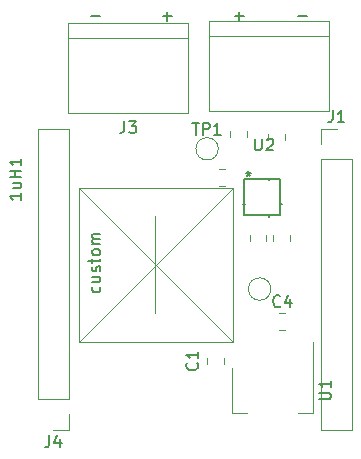
<source format=gbr>
G04 #@! TF.GenerationSoftware,KiCad,Pcbnew,5.1.1-8be2ce7~80~ubuntu18.10.1*
G04 #@! TF.CreationDate,2019-05-25T12:59:07+08:00*
G04 #@! TF.ProjectId,tas2562_dev_pcb,74617332-3536-4325-9f64-65765f706362,rev?*
G04 #@! TF.SameCoordinates,Original*
G04 #@! TF.FileFunction,Legend,Top*
G04 #@! TF.FilePolarity,Positive*
%FSLAX46Y46*%
G04 Gerber Fmt 4.6, Leading zero omitted, Abs format (unit mm)*
G04 Created by KiCad (PCBNEW 5.1.1-8be2ce7~80~ubuntu18.10.1) date 2019-05-25 12:59:07*
%MOMM*%
%LPD*%
G04 APERTURE LIST*
%ADD10C,0.150000*%
%ADD11C,0.120000*%
%ADD12C,0.152400*%
G04 APERTURE END LIST*
D10*
X132715047Y-58999428D02*
X133476952Y-58999428D01*
X138811047Y-58999428D02*
X139572952Y-58999428D01*
X139192000Y-59380380D02*
X139192000Y-58618476D01*
X150241047Y-58999428D02*
X151002952Y-58999428D01*
X144907047Y-58999428D02*
X145668952Y-58999428D01*
X145288000Y-59380380D02*
X145288000Y-58618476D01*
D11*
X152187600Y-68520000D02*
X153517600Y-68520000D01*
X152187600Y-69850000D02*
X152187600Y-68520000D01*
X152187600Y-71120000D02*
X154847600Y-71120000D01*
X154847600Y-71120000D02*
X154847600Y-94040000D01*
X152187600Y-71120000D02*
X152187600Y-94040000D01*
X152187600Y-94040000D02*
X154847600Y-94040000D01*
D12*
X145691400Y-72818800D02*
X145691400Y-75872800D01*
X148745400Y-72818800D02*
X145691400Y-72818800D01*
X148745400Y-75872800D02*
X148745400Y-72818800D01*
X145691400Y-75872800D02*
X148745400Y-75872800D01*
X147818348Y-75830940D02*
X147818348Y-75999800D01*
X147818348Y-72860660D02*
X147818348Y-72691800D01*
X148703540Y-74945748D02*
X148872400Y-74945748D01*
X145733260Y-74945748D02*
X145564400Y-74945748D01*
D11*
X148134000Y-78061078D02*
X148134000Y-77543922D01*
X149554000Y-78061078D02*
X149554000Y-77543922D01*
X138176000Y-80010000D02*
X138176000Y-75910000D01*
X138176000Y-80010000D02*
X138176000Y-84110000D01*
X144726000Y-73550000D02*
X131726000Y-73550000D01*
X131726000Y-73550000D02*
X131726000Y-86550000D01*
X131726000Y-86550000D02*
X144726000Y-86550000D01*
X144726000Y-86550000D02*
X144726000Y-73550000D01*
X131726000Y-73550000D02*
X144726000Y-86550000D01*
X144726000Y-86550000D02*
X144726000Y-73550000D01*
X144726000Y-73550000D02*
X131726000Y-86550000D01*
X142546000Y-87957922D02*
X142546000Y-88475078D01*
X143966000Y-87957922D02*
X143966000Y-88475078D01*
X148663922Y-84126000D02*
X149181078Y-84126000D01*
X148663922Y-85546000D02*
X149181078Y-85546000D01*
X146165500Y-77543922D02*
X146165500Y-78061078D01*
X147585500Y-77543922D02*
X147585500Y-78061078D01*
X143583922Y-71934000D02*
X144101078Y-71934000D01*
X143583922Y-73354000D02*
X144101078Y-73354000D01*
X152187600Y-94040000D02*
X154847600Y-94040000D01*
X152187600Y-71120000D02*
X152187600Y-94040000D01*
X154847600Y-71120000D02*
X154847600Y-94040000D01*
X152187600Y-71120000D02*
X154847600Y-71120000D01*
X152187600Y-69850000D02*
X152187600Y-68520000D01*
X152187600Y-68520000D02*
X153517600Y-68520000D01*
X130810000Y-60807600D02*
X140970000Y-60807600D01*
X130810000Y-59537600D02*
X130810000Y-67157600D01*
X130810000Y-67157600D02*
X140970000Y-67157600D01*
X140970000Y-67157600D02*
X140970000Y-59537600D01*
X140970000Y-59537600D02*
X130810000Y-59537600D01*
X130870000Y-94040000D02*
X129540000Y-94040000D01*
X130870000Y-92710000D02*
X130870000Y-94040000D01*
X130870000Y-91440000D02*
X128210000Y-91440000D01*
X128210000Y-91440000D02*
X128210000Y-68520000D01*
X130870000Y-91440000D02*
X130870000Y-68520000D01*
X130870000Y-68520000D02*
X128210000Y-68520000D01*
X145934500Y-68717422D02*
X145934500Y-69234578D01*
X144514500Y-68717422D02*
X144514500Y-69234578D01*
X149173000Y-69473578D02*
X149173000Y-68956422D01*
X147753000Y-69473578D02*
X147753000Y-68956422D01*
X152908000Y-59436000D02*
X142748000Y-59436000D01*
X152908000Y-67056000D02*
X152908000Y-59436000D01*
X142748000Y-67056000D02*
X152908000Y-67056000D01*
X142748000Y-59436000D02*
X142748000Y-67056000D01*
X142748000Y-60706000D02*
X152908000Y-60706000D01*
X143507500Y-70231000D02*
G75*
G03X143507500Y-70231000I-950000J0D01*
G01*
X147952500Y-82105500D02*
G75*
G03X147952500Y-82105500I-950000J0D01*
G01*
X144672000Y-92588000D02*
X145932000Y-92588000D01*
X151492000Y-92588000D02*
X150232000Y-92588000D01*
X144672000Y-88828000D02*
X144672000Y-92588000D01*
X151492000Y-86578000D02*
X151492000Y-92588000D01*
D10*
X153184266Y-66972380D02*
X153184266Y-67686666D01*
X153136647Y-67829523D01*
X153041409Y-67924761D01*
X152898552Y-67972380D01*
X152803314Y-67972380D01*
X154184266Y-67972380D02*
X153612838Y-67972380D01*
X153898552Y-67972380D02*
X153898552Y-66972380D01*
X153803314Y-67115238D01*
X153708076Y-67210476D01*
X153612838Y-67258095D01*
X146592895Y-69362580D02*
X146592895Y-70172104D01*
X146640514Y-70267342D01*
X146688133Y-70314961D01*
X146783371Y-70362580D01*
X146973847Y-70362580D01*
X147069085Y-70314961D01*
X147116704Y-70267342D01*
X147164323Y-70172104D01*
X147164323Y-69362580D01*
X147592895Y-69457819D02*
X147640514Y-69410200D01*
X147735752Y-69362580D01*
X147973847Y-69362580D01*
X148069085Y-69410200D01*
X148116704Y-69457819D01*
X148164323Y-69553057D01*
X148164323Y-69648295D01*
X148116704Y-69791152D01*
X147545276Y-70362580D01*
X148164323Y-70362580D01*
X146050000Y-72096380D02*
X146050000Y-72334476D01*
X145811904Y-72239238D02*
X146050000Y-72334476D01*
X146288095Y-72239238D01*
X145907142Y-72524952D02*
X146050000Y-72334476D01*
X146192857Y-72524952D01*
X126828380Y-73976666D02*
X126828380Y-74548095D01*
X126828380Y-74262380D02*
X125828380Y-74262380D01*
X125971238Y-74357619D01*
X126066476Y-74452857D01*
X126114095Y-74548095D01*
X126161714Y-73119523D02*
X126828380Y-73119523D01*
X126161714Y-73548095D02*
X126685523Y-73548095D01*
X126780761Y-73500476D01*
X126828380Y-73405238D01*
X126828380Y-73262380D01*
X126780761Y-73167142D01*
X126733142Y-73119523D01*
X126828380Y-72643333D02*
X125828380Y-72643333D01*
X126304571Y-72643333D02*
X126304571Y-72071904D01*
X126828380Y-72071904D02*
X125828380Y-72071904D01*
X126828380Y-71071904D02*
X126828380Y-71643333D01*
X126828380Y-71357619D02*
X125828380Y-71357619D01*
X125971238Y-71452857D01*
X126066476Y-71548095D01*
X126114095Y-71643333D01*
X133460761Y-81903809D02*
X133508380Y-81999047D01*
X133508380Y-82189523D01*
X133460761Y-82284761D01*
X133413142Y-82332380D01*
X133317904Y-82380000D01*
X133032190Y-82380000D01*
X132936952Y-82332380D01*
X132889333Y-82284761D01*
X132841714Y-82189523D01*
X132841714Y-81999047D01*
X132889333Y-81903809D01*
X132841714Y-81046666D02*
X133508380Y-81046666D01*
X132841714Y-81475238D02*
X133365523Y-81475238D01*
X133460761Y-81427619D01*
X133508380Y-81332380D01*
X133508380Y-81189523D01*
X133460761Y-81094285D01*
X133413142Y-81046666D01*
X133460761Y-80618095D02*
X133508380Y-80522857D01*
X133508380Y-80332380D01*
X133460761Y-80237142D01*
X133365523Y-80189523D01*
X133317904Y-80189523D01*
X133222666Y-80237142D01*
X133175047Y-80332380D01*
X133175047Y-80475238D01*
X133127428Y-80570476D01*
X133032190Y-80618095D01*
X132984571Y-80618095D01*
X132889333Y-80570476D01*
X132841714Y-80475238D01*
X132841714Y-80332380D01*
X132889333Y-80237142D01*
X132841714Y-79903809D02*
X132841714Y-79522857D01*
X132508380Y-79760952D02*
X133365523Y-79760952D01*
X133460761Y-79713333D01*
X133508380Y-79618095D01*
X133508380Y-79522857D01*
X133508380Y-79046666D02*
X133460761Y-79141904D01*
X133413142Y-79189523D01*
X133317904Y-79237142D01*
X133032190Y-79237142D01*
X132936952Y-79189523D01*
X132889333Y-79141904D01*
X132841714Y-79046666D01*
X132841714Y-78903809D01*
X132889333Y-78808571D01*
X132936952Y-78760952D01*
X133032190Y-78713333D01*
X133317904Y-78713333D01*
X133413142Y-78760952D01*
X133460761Y-78808571D01*
X133508380Y-78903809D01*
X133508380Y-79046666D01*
X133508380Y-78284761D02*
X132841714Y-78284761D01*
X132936952Y-78284761D02*
X132889333Y-78237142D01*
X132841714Y-78141904D01*
X132841714Y-77999047D01*
X132889333Y-77903809D01*
X132984571Y-77856190D01*
X133508380Y-77856190D01*
X132984571Y-77856190D02*
X132889333Y-77808571D01*
X132841714Y-77713333D01*
X132841714Y-77570476D01*
X132889333Y-77475238D01*
X132984571Y-77427619D01*
X133508380Y-77427619D01*
X141708142Y-88355466D02*
X141755761Y-88403085D01*
X141803380Y-88545942D01*
X141803380Y-88641180D01*
X141755761Y-88784038D01*
X141660523Y-88879276D01*
X141565285Y-88926895D01*
X141374809Y-88974514D01*
X141231952Y-88974514D01*
X141041476Y-88926895D01*
X140946238Y-88879276D01*
X140851000Y-88784038D01*
X140803380Y-88641180D01*
X140803380Y-88545942D01*
X140851000Y-88403085D01*
X140898619Y-88355466D01*
X141803380Y-87403085D02*
X141803380Y-87974514D01*
X141803380Y-87688800D02*
X140803380Y-87688800D01*
X140946238Y-87784038D01*
X141041476Y-87879276D01*
X141089095Y-87974514D01*
X148755833Y-83543142D02*
X148708214Y-83590761D01*
X148565357Y-83638380D01*
X148470119Y-83638380D01*
X148327261Y-83590761D01*
X148232023Y-83495523D01*
X148184404Y-83400285D01*
X148136785Y-83209809D01*
X148136785Y-83066952D01*
X148184404Y-82876476D01*
X148232023Y-82781238D01*
X148327261Y-82686000D01*
X148470119Y-82638380D01*
X148565357Y-82638380D01*
X148708214Y-82686000D01*
X148755833Y-82733619D01*
X149612976Y-82971714D02*
X149612976Y-83638380D01*
X149374880Y-82590761D02*
X149136785Y-83305047D01*
X149755833Y-83305047D01*
X153184266Y-66972380D02*
X153184266Y-67686666D01*
X153136647Y-67829523D01*
X153041409Y-67924761D01*
X152898552Y-67972380D01*
X152803314Y-67972380D01*
X154184266Y-67972380D02*
X153612838Y-67972380D01*
X153898552Y-67972380D02*
X153898552Y-66972380D01*
X153803314Y-67115238D01*
X153708076Y-67210476D01*
X153612838Y-67258095D01*
X135556666Y-67879980D02*
X135556666Y-68594266D01*
X135509047Y-68737123D01*
X135413809Y-68832361D01*
X135270952Y-68879980D01*
X135175714Y-68879980D01*
X135937619Y-67879980D02*
X136556666Y-67879980D01*
X136223333Y-68260933D01*
X136366190Y-68260933D01*
X136461428Y-68308552D01*
X136509047Y-68356171D01*
X136556666Y-68451409D01*
X136556666Y-68689504D01*
X136509047Y-68784742D01*
X136461428Y-68832361D01*
X136366190Y-68879980D01*
X136080476Y-68879980D01*
X135985238Y-68832361D01*
X135937619Y-68784742D01*
X129206666Y-94492380D02*
X129206666Y-95206666D01*
X129159047Y-95349523D01*
X129063809Y-95444761D01*
X128920952Y-95492380D01*
X128825714Y-95492380D01*
X130111428Y-94825714D02*
X130111428Y-95492380D01*
X129873333Y-94444761D02*
X129635238Y-95159047D01*
X130254285Y-95159047D01*
X141295595Y-68035380D02*
X141867023Y-68035380D01*
X141581309Y-69035380D02*
X141581309Y-68035380D01*
X142200357Y-69035380D02*
X142200357Y-68035380D01*
X142581309Y-68035380D01*
X142676547Y-68083000D01*
X142724166Y-68130619D01*
X142771785Y-68225857D01*
X142771785Y-68368714D01*
X142724166Y-68463952D01*
X142676547Y-68511571D01*
X142581309Y-68559190D01*
X142200357Y-68559190D01*
X143724166Y-69035380D02*
X143152738Y-69035380D01*
X143438452Y-69035380D02*
X143438452Y-68035380D01*
X143343214Y-68178238D01*
X143247976Y-68273476D01*
X143152738Y-68321095D01*
X152034380Y-91439904D02*
X152843904Y-91439904D01*
X152939142Y-91392285D01*
X152986761Y-91344666D01*
X153034380Y-91249428D01*
X153034380Y-91058952D01*
X152986761Y-90963714D01*
X152939142Y-90916095D01*
X152843904Y-90868476D01*
X152034380Y-90868476D01*
X153034380Y-89868476D02*
X153034380Y-90439904D01*
X153034380Y-90154190D02*
X152034380Y-90154190D01*
X152177238Y-90249428D01*
X152272476Y-90344666D01*
X152320095Y-90439904D01*
M02*

</source>
